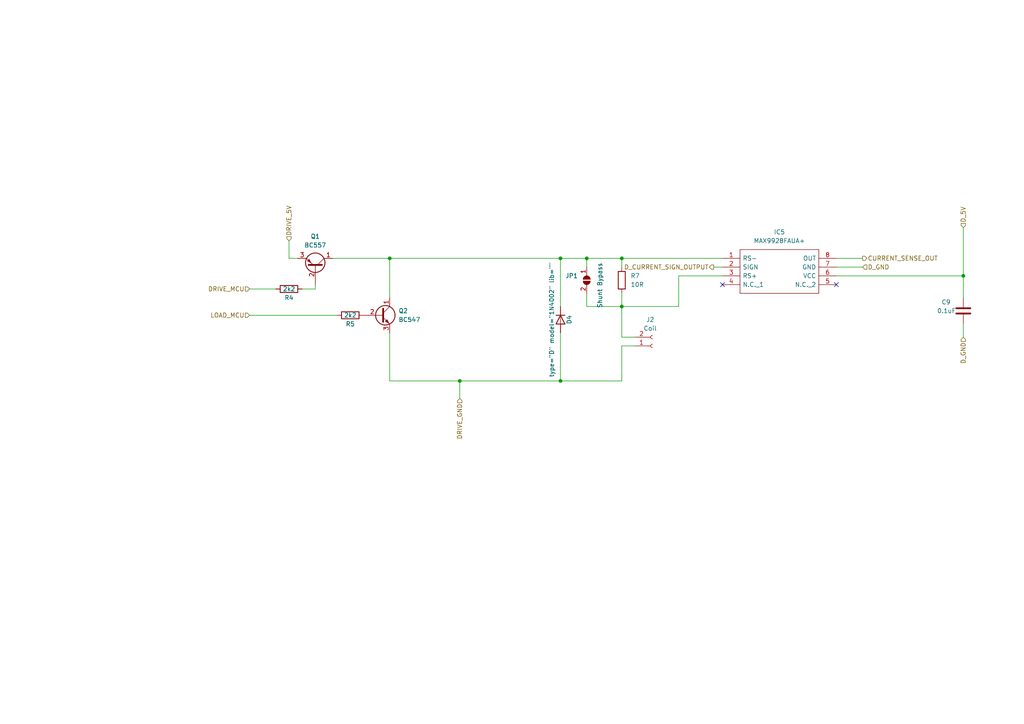
<source format=kicad_sch>
(kicad_sch (version 20211123) (generator eeschema)
  (paper "A4")
  (lib_symbols
    (symbol "Connector:Conn_01x02_Female" (pin_names (offset 1.016) hide)
      (property "Reference" "J" (at 0 2.54 0))
      (property "Value" "Conn_01x02_Female" (at 0 -5.08 0))
      (symbol "Conn_01x02_Female_1_1"
        (arc (start 0 -2.032) (mid -0.508 -2.54) (end 0 -3.048) (stroke (width 0.1524)))
        (polyline (pts (xy -1.27 -2.54) (xy -0.508 -2.54)) (stroke (width 0.1524)))
        (polyline (pts (xy -1.27 0) (xy -0.508 0)) (stroke (width 0.1524)))
        (arc (start 0 0.508) (mid -0.508 0) (end 0 -0.508) (stroke (width 0.1524)))
        (pin passive line (at -5.08 0 0) (length 3.81) (name "Pin_1") (number "1"))
        (pin passive line (at -5.08 -2.54 0) (length 3.81) (name "Pin_2") (number "2"))
      )
    )
    (symbol "Device:C" (pin_numbers hide) (pin_names (offset 0.254))
      (property "Reference" "C" (at 0.635 2.54 0))
      (property "Value" "C" (at 0.635 -2.54 0))
      (symbol "C_0_1"
        (polyline (pts (xy -2.032 -0.762) (xy 2.032 -0.762)) (stroke (width 0.508)))
        (polyline (pts (xy -2.032 0.762) (xy 2.032 0.762)) (stroke (width 0.508)))
      )
      (symbol "C_1_1"
        (pin passive line (at 0 3.81 270) (length 2.794) (name "~") (number "1"))
        (pin passive line (at 0 -3.81 90) (length 2.794) (name "~") (number "2"))
      )
    )
    (symbol "Device:R" (pin_numbers hide) (pin_names (offset 0))
      (property "Reference" "R" (at 2.032 0 90))
      (property "Value" "R" (at 0 0 90))
      (symbol "R_0_1"
        (rectangle (start -1.016 -2.54) (end 1.016 2.54) (stroke (width 0.254)))
      )
      (symbol "R_1_1"
        (pin passive line (at 0 3.81 270) (length 1.27) (name "~") (number "1"))
        (pin passive line (at 0 -3.81 90) (length 1.27) (name "~") (number "2"))
      )
    )
    (symbol "Jumper:SolderJumper_2_Open" (pin_names (offset 0) hide)
      (property "Reference" "JP" (at 0 2.032 0))
      (property "Value" "SolderJumper_2_Open" (at 0 -2.54 0))
      (symbol "SolderJumper_2_Open_0_1"
        (arc (start -0.254 1.016) (mid -1.27 0) (end -0.254 -1.016))
        (arc (start -0.254 1.016) (mid -1.27 0) (end -0.254 -1.016) (fill (type outline)))
        (polyline (pts (xy -0.254 1.016) (xy -0.254 -1.016)))
        (polyline (pts (xy 0.254 1.016) (xy 0.254 -1.016)))
        (arc (start 0.254 -1.016) (mid 1.27 0) (end 0.254 1.016))
        (arc (start 0.254 -1.016) (mid 1.27 0) (end 0.254 1.016) (fill (type outline)))
      )
      (symbol "SolderJumper_2_Open_1_1"
        (pin passive line (at -3.81 0 0) (length 2.54) (name "A") (number "1"))
        (pin passive line (at 3.81 0 180) (length 2.54) (name "B") (number "2"))
      )
    )
    (symbol "MAX9928FAUA+:MAX9928FAUA+" (pin_names (offset 0.762))
      (property "Reference" "IC" (at 29.21 7.62 0))
      (property "Value" "MAX9928FAUA+" (at 29.21 5.08 0))
      (symbol "MAX9928FAUA+_0_0"
        (pin passive line (at 0 0 0) (length 5.08) (name "RS-") (number "1"))
        (pin passive line (at 0 -2.54 0) (length 5.08) (name "SIGN") (number "2"))
        (pin passive line (at 0 -5.08 0) (length 5.08) (name "RS+") (number "3"))
        (pin passive line (at 0 -7.62 0) (length 5.08) (name "N.C._1") (number "4"))
        (pin passive line (at 33.02 -7.62 180) (length 5.08) (name "N.C._2") (number "5"))
        (pin passive line (at 33.02 -5.08 180) (length 5.08) (name "VCC") (number "6"))
        (pin passive line (at 33.02 -2.54 180) (length 5.08) (name "GND") (number "7"))
        (pin passive line (at 33.02 0 180) (length 5.08) (name "OUT") (number "8"))
      )
      (symbol "MAX9928FAUA+_0_1"
        (polyline (pts (xy 5.08 2.54) (xy 27.94 2.54) (xy 27.94 -10.16) (xy 5.08 -10.16) (xy 5.08 2.54)) (stroke (width 0.1524)))
      )
    )
    (symbol "Simulation_SPICE:DIODE" (pin_numbers hide) (pin_names (offset 1.016) hide)
      (property "Reference" "D" (at 0 2.54 0))
      (property "Value" "DIODE" (at 0 -2.54 0))
      (symbol "DIODE_0_1"
        (polyline (pts (xy 1.27 0) (xy -1.27 0)))
        (polyline (pts (xy 1.27 1.27) (xy 1.27 -1.27)) (stroke (width 0.254)))
        (polyline (pts (xy -1.27 -1.27) (xy -1.27 1.27) (xy 1.27 0) (xy -1.27 -1.27)) (stroke (width 0.254)))
      )
      (symbol "DIODE_1_1"
        (pin passive line (at -3.81 0 0) (length 2.54) (name "A") (number "1"))
        (pin passive line (at 3.81 0 180) (length 2.54) (name "K") (number "2"))
      )
    )
    (symbol "Transistor_BJT:BC547" (pin_names (offset 0) hide)
      (property "Reference" "Q" (at 5.08 1.905 0))
      (property "Value" "BC547" (at 5.08 0 0))
      (symbol "BC547_0_1"
        (polyline (pts (xy 0 0) (xy 0.635 0)))
        (polyline (pts (xy 0.635 0.635) (xy 2.54 2.54)))
        (polyline (pts (xy 0.635 -0.635) (xy 2.54 -2.54) (xy 2.54 -2.54)))
        (polyline (pts (xy 0.635 1.905) (xy 0.635 -1.905) (xy 0.635 -1.905)) (stroke (width 0.508)))
        (polyline (pts (xy 1.27 -1.778) (xy 1.778 -1.27) (xy 2.286 -2.286) (xy 1.27 -1.778) (xy 1.27 -1.778)) (fill (type outline)))
        (circle (center 1.27 0) (radius 2.8194) (stroke (width 0.254)))
      )
      (symbol "BC547_1_1"
        (pin passive line (at 2.54 5.08 270) (length 2.54) (name "C") (number "1"))
        (pin input line (at -5.08 0 0) (length 5.08) (name "B") (number "2"))
        (pin passive line (at 2.54 -5.08 90) (length 2.54) (name "E") (number "3"))
      )
    )
    (symbol "Transistor_BJT:BC557" (pin_names (offset 0) hide)
      (property "Reference" "Q" (at 5.08 1.905 0))
      (property "Value" "BC557" (at 5.08 0 0))
      (symbol "BC557_0_1"
        (polyline (pts (xy 0.635 0.635) (xy 2.54 2.54)))
        (polyline (pts (xy 0.635 -0.635) (xy 2.54 -2.54) (xy 2.54 -2.54)))
        (polyline (pts (xy 0.635 1.905) (xy 0.635 -1.905) (xy 0.635 -1.905)) (stroke (width 0.508)))
        (polyline (pts (xy 2.286 -1.778) (xy 1.778 -2.286) (xy 1.27 -1.27) (xy 2.286 -1.778) (xy 2.286 -1.778)) (fill (type outline)))
        (circle (center 1.27 0) (radius 2.8194) (stroke (width 0.254)))
      )
      (symbol "BC557_1_1"
        (pin passive line (at 2.54 5.08 270) (length 2.54) (name "C") (number "1"))
        (pin input line (at -5.08 0 0) (length 5.715) (name "B") (number "2"))
        (pin passive line (at 2.54 -5.08 90) (length 2.54) (name "E") (number "3"))
      )
    )
  )
  (junction (at 113.03 74.93))
  (junction (at 162.56 110.49))
  (junction (at 180.34 88.9))
  (junction (at 279.4 80.01))
  (junction (at 133.35 110.49))
  (junction (at 162.56 74.93))
  (junction (at 180.34 74.93))
  (junction (at 170.18 74.93))
  (no_connect (at 242.57 82.55))
  (no_connect (at 209.55 82.55))
  (wire (pts (xy 242.57 77.47) (xy 250.19 77.47)))
  (wire (pts (xy 180.34 88.9) (xy 170.18 88.9)))
  (wire (pts (xy 91.44 83.82) (xy 91.44 82.55)))
  (wire (pts (xy 113.03 96.52) (xy 113.03 110.49)))
  (wire (pts (xy 279.4 66.04) (xy 279.4 80.01)))
  (wire (pts (xy 162.56 110.49) (xy 180.34 110.49)))
  (wire (pts (xy 180.34 85.09) (xy 180.34 88.9)))
  (wire (pts (xy 170.18 74.93) (xy 180.34 74.93)))
  (wire (pts (xy 162.56 110.49) (xy 133.35 110.49)))
  (wire (pts (xy 180.34 100.33) (xy 180.34 110.49)))
  (wire (pts (xy 170.18 74.93) (xy 170.18 77.47)))
  (wire (pts (xy 87.63 83.82) (xy 91.44 83.82)))
  (wire (pts (xy 180.34 100.33) (xy 184.15 100.33)))
  (wire (pts (xy 180.34 97.79) (xy 184.15 97.79)))
  (wire (pts (xy 72.39 83.82) (xy 80.01 83.82)))
  (wire (pts (xy 86.36 74.93) (xy 83.82 74.93)))
  (wire (pts (xy 162.56 96.52) (xy 162.56 110.49)))
  (wire (pts (xy 72.39 91.44) (xy 97.79 91.44)))
  (wire (pts (xy 113.03 74.93) (xy 113.03 86.36)))
  (wire (pts (xy 180.34 74.93) (xy 209.55 74.93)))
  (wire (pts (xy 180.34 74.93) (xy 180.34 77.47)))
  (wire (pts (xy 209.55 80.01) (xy 196.85 80.01)))
  (wire (pts (xy 279.4 97.79) (xy 279.4 93.98)))
  (wire (pts (xy 83.82 69.85) (xy 83.82 74.93)))
  (wire (pts (xy 196.85 80.01) (xy 196.85 88.9)))
  (wire (pts (xy 162.56 74.93) (xy 162.56 88.9)))
  (wire (pts (xy 180.34 88.9) (xy 196.85 88.9)))
  (wire (pts (xy 133.35 110.49) (xy 133.35 115.57)))
  (wire (pts (xy 96.52 74.93) (xy 113.03 74.93)))
  (wire (pts (xy 113.03 74.93) (xy 162.56 74.93)))
  (wire (pts (xy 170.18 85.09) (xy 170.18 88.9)))
  (wire (pts (xy 279.4 80.01) (xy 242.57 80.01)))
  (wire (pts (xy 180.34 97.79) (xy 180.34 88.9)))
  (wire (pts (xy 162.56 74.93) (xy 170.18 74.93)))
  (wire (pts (xy 279.4 86.36) (xy 279.4 80.01)))
  (wire (pts (xy 250.19 74.93) (xy 242.57 74.93)))
  (wire (pts (xy 207.01 77.47) (xy 209.55 77.47)))
  (wire (pts (xy 133.35 110.49) (xy 113.03 110.49)))
  (hierarchical_label "D_GND" (shape input) (at 250.19 77.47 0))
  (hierarchical_label "LOAD_MCU" (shape input) (at 72.39 91.44 180))
  (hierarchical_label "D_5V" (shape input) (at 279.4 66.04 90))
  (hierarchical_label "D_GND" (shape input) (at 279.4 97.79 270))
  (hierarchical_label "DRIVE_MCU" (shape input) (at 72.39 83.82 180))
  (hierarchical_label "D_CURRENT_SIGN_OUTPUT" (shape output) (at 207.01 77.47 180))
  (hierarchical_label "DRIVE_5V" (shape input) (at 83.82 69.85 90))
  (hierarchical_label "CURRENT_SENSE_OUT" (shape output) (at 250.19 74.93 0))
  (hierarchical_label "DRIVE_GND" (shape input) (at 133.35 115.57 270))
  (symbol (lib_id "Device:R") (at 101.6 91.44 270) (unit 1)
    (property "Reference" "R5" (at 101.6 93.98 90))
    (property "Value" "2k2" (at 101.6 91.44 90))
    (property "Footprint" "Resistor_SMD:R_0805_2012Metric_Pad1.20x1.40mm_HandSolder" (effects hide))
  )
  (symbol (lib_id "Device:R") (at 180.34 81.28 0) (mirror y) (unit 1)
    (property "Reference" "R7" (at 182.88 80.0099 0) (effects (justify right)))
    (property "Value" "10R" (at 182.88 82.5499 0) (effects (justify right)))
    (property "Footprint" "Resistor_SMD:R_0805_2012Metric_Pad1.20x1.40mm_HandSolder" (effects hide))
  )
  (symbol (lib_id "Jumper:SolderJumper_2_Open") (at 170.18 81.28 90) (mirror x) (unit 1)
    (property "Reference" "JP1" (at 167.64 80.0099 90) (effects (justify left)))
    (property "Value" "Shunt Bypass" (at 173.99 76.2 0) (effects (justify left)))
    (property "Footprint" "Jumper:SolderJumper-2_P1.3mm_Open_Pad1.0x1.5mm" (effects hide))
  )
  (symbol (lib_id "Connector:Conn_01x02_Female") (at 189.23 100.33 0) (mirror x) (unit 1)
    (property "Reference" "J2" (at 188.595 92.71 0))
    (property "Value" "Coil" (at 188.595 95.25 0))
    (property "Footprint" "Connector_PinHeader_2.00mm:PinHeader_1x02_P2.00mm_Horizontal" (effects hide))
  )
  (symbol (lib_id "Simulation_SPICE:DIODE") (at 162.56 92.71 90) (unit 1)
    (property "Reference" "D4" (at 165.1 92.71 0))
    (property "Value" "1N4002" (at 160.02 92.71 0))
    (property "Footprint" "Diode_SMD:D_0603_1608Metric_Pad1.05x0.95mm_HandSolder" (effects hide))
    (property "Spice_Netlist_Enabled" "Y" (effects hide))
    (property "Spice_Primitive" "D" (effects hide))
  )
  (symbol (lib_id "Device:R") (at 83.82 83.82 270) (unit 1)
    (property "Reference" "R4" (at 83.82 86.36 90))
    (property "Value" "2k2" (at 83.82 83.82 90))
    (property "Footprint" "Resistor_SMD:R_0805_2012Metric_Pad1.20x1.40mm_HandSolder" (effects hide))
  )
  (symbol (lib_id "MAX9928FAUA+:MAX9928FAUA+") (at 209.55 74.93 0) (unit 1)
    (property "Reference" "IC5" (at 226.06 67.31 0))
    (property "Value" "MAX9928FAUA+" (at 226.06 69.85 0))
    (property "Footprint" "Sensor_Current:SOP65P490X110-8N" (effects hide))
    (property "Datasheet" "https://datasheet.datasheetarchive.com/originals/dk/DKDS-7/138374.pdf" (effects hide))
    (property "Description" "Maxim MAX9928FAUA+, Current Sensing Amplifier Single Bidirectional, Unidirectional 8-Pin uMAX" (effects hide))
    (property "Height" "1.1" (effects hide))
    (property "Manufacturer_Name" "Maxim Integrated" (effects hide))
    (property "Manufacturer_Part_Number" "MAX9928FAUA+" (effects hide))
    (property "Mouser Part Number" "700-MAX9928FAUA" (effects hide))
    (property "Mouser Price/Stock" "https://www.mouser.co.uk/ProductDetail/Maxim-Integrated/MAX9928FAUA%2b?qs=1eQvB6Dk1vjuLd8AJ8%252BsIw%3D%3D" (effects hide))
  )
  (symbol (lib_id "Transistor_BJT:BC557") (at 91.44 77.47 270) (mirror x) (unit 1)
    (property "Reference" "Q1" (at 91.44 68.58 90))
    (property "Value" "BC557" (at 91.44 71.12 90))
    (property "Footprint" "Package_TO_SOT_SMD:SOT-523" (effects hide))
    (property "Datasheet" "https://www.onsemi.com/pub/Collateral/BC556BTA-D.pdf" (effects hide))
  )
  (symbol (lib_id "Device:C") (at 279.4 90.17 0) (unit 1)
    (property "Reference" "C9" (at 273.05 87.63 0) (effects (justify left)))
    (property "Value" "0.1uF" (at 271.78 90.17 0) (effects (justify left)))
    (property "Footprint" "Capacitor_SMD:C_0805_2012Metric_Pad1.18x1.45mm_HandSolder" (effects hide))
  )
  (symbol (lib_id "Transistor_BJT:BC547") (at 110.49 91.44 0) (unit 1)
    (property "Reference" "Q2" (at 115.57 90.1699 0) (effects (justify left)))
    (property "Value" "BC547" (at 115.57 92.7099 0) (effects (justify left)))
    (property "Footprint" "Package_TO_SOT_SMD:SOT-523" (effects hide))
    (property "Datasheet" "https://www.onsemi.com/pub/Collateral/BC550-D.pdf" (effects hide))
  )
)
</source>
